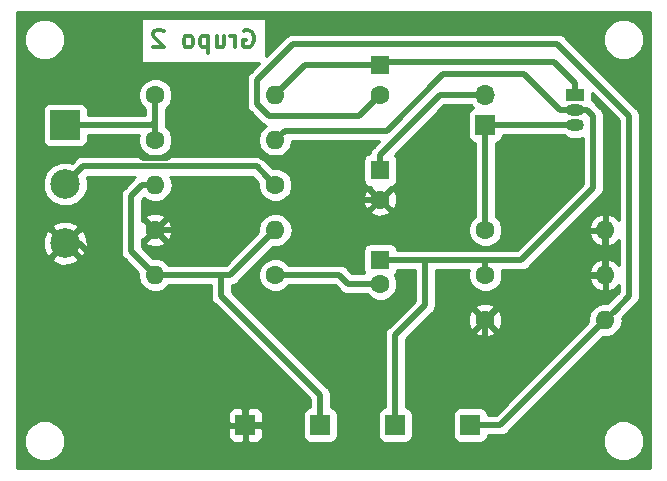
<source format=gbr>
G04 #@! TF.GenerationSoftware,KiCad,Pcbnew,5.0.0-fee4fd1~66~ubuntu18.04.1*
G04 #@! TF.CreationDate,2018-09-26T16:20:30-03:00*
G04 #@! TF.ProjectId,ampliBjt,616D706C69426A742E6B696361645F70,rev?*
G04 #@! TF.SameCoordinates,Original*
G04 #@! TF.FileFunction,Copper,L2,Bot,Signal*
G04 #@! TF.FilePolarity,Positive*
%FSLAX46Y46*%
G04 Gerber Fmt 4.6, Leading zero omitted, Abs format (unit mm)*
G04 Created by KiCad (PCBNEW 5.0.0-fee4fd1~66~ubuntu18.04.1) date Wed Sep 26 16:20:30 2018*
%MOMM*%
%LPD*%
G01*
G04 APERTURE LIST*
G04 #@! TA.AperFunction,NonConductor*
%ADD10C,0.300000*%
G04 #@! TD*
G04 #@! TA.AperFunction,ComponentPad*
%ADD11R,1.600000X1.600000*%
G04 #@! TD*
G04 #@! TA.AperFunction,ComponentPad*
%ADD12C,1.600000*%
G04 #@! TD*
G04 #@! TA.AperFunction,ComponentPad*
%ADD13R,2.500000X2.500000*%
G04 #@! TD*
G04 #@! TA.AperFunction,ComponentPad*
%ADD14C,2.500000*%
G04 #@! TD*
G04 #@! TA.AperFunction,ComponentPad*
%ADD15R,1.700000X1.700000*%
G04 #@! TD*
G04 #@! TA.AperFunction,ComponentPad*
%ADD16O,1.700000X1.700000*%
G04 #@! TD*
G04 #@! TA.AperFunction,ComponentPad*
%ADD17O,1.500000X1.050000*%
G04 #@! TD*
G04 #@! TA.AperFunction,ComponentPad*
%ADD18R,1.500000X1.050000*%
G04 #@! TD*
G04 #@! TA.AperFunction,ComponentPad*
%ADD19O,1.600000X1.600000*%
G04 #@! TD*
G04 #@! TA.AperFunction,Conductor*
%ADD20C,0.500000*%
G04 #@! TD*
G04 #@! TA.AperFunction,Conductor*
%ADD21C,0.254000*%
G04 #@! TD*
G04 APERTURE END LIST*
D10*
X126868857Y-87250000D02*
X127011714Y-87178571D01*
X127226000Y-87178571D01*
X127440285Y-87250000D01*
X127583142Y-87392857D01*
X127654571Y-87535714D01*
X127726000Y-87821428D01*
X127726000Y-88035714D01*
X127654571Y-88321428D01*
X127583142Y-88464285D01*
X127440285Y-88607142D01*
X127226000Y-88678571D01*
X127083142Y-88678571D01*
X126868857Y-88607142D01*
X126797428Y-88535714D01*
X126797428Y-88035714D01*
X127083142Y-88035714D01*
X126154571Y-88678571D02*
X126154571Y-87678571D01*
X126154571Y-87964285D02*
X126083142Y-87821428D01*
X126011714Y-87750000D01*
X125868857Y-87678571D01*
X125726000Y-87678571D01*
X124583142Y-87678571D02*
X124583142Y-88678571D01*
X125226000Y-87678571D02*
X125226000Y-88464285D01*
X125154571Y-88607142D01*
X125011714Y-88678571D01*
X124797428Y-88678571D01*
X124654571Y-88607142D01*
X124583142Y-88535714D01*
X123868857Y-87678571D02*
X123868857Y-89178571D01*
X123868857Y-87750000D02*
X123726000Y-87678571D01*
X123440285Y-87678571D01*
X123297428Y-87750000D01*
X123226000Y-87821428D01*
X123154571Y-87964285D01*
X123154571Y-88392857D01*
X123226000Y-88535714D01*
X123297428Y-88607142D01*
X123440285Y-88678571D01*
X123726000Y-88678571D01*
X123868857Y-88607142D01*
X122297428Y-88678571D02*
X122440285Y-88607142D01*
X122511714Y-88535714D01*
X122583142Y-88392857D01*
X122583142Y-87964285D01*
X122511714Y-87821428D01*
X122440285Y-87750000D01*
X122297428Y-87678571D01*
X122083142Y-87678571D01*
X121940285Y-87750000D01*
X121868857Y-87821428D01*
X121797428Y-87964285D01*
X121797428Y-88392857D01*
X121868857Y-88535714D01*
X121940285Y-88607142D01*
X122083142Y-88678571D01*
X122297428Y-88678571D01*
X120083142Y-87321428D02*
X120011714Y-87250000D01*
X119868857Y-87178571D01*
X119511714Y-87178571D01*
X119368857Y-87250000D01*
X119297428Y-87321428D01*
X119226000Y-87464285D01*
X119226000Y-87607142D01*
X119297428Y-87821428D01*
X120154571Y-88678571D01*
X119226000Y-88678571D01*
D11*
G04 #@! TO.P,C1,1*
G04 #@! TO.N,Net-(C1-Pad1)*
X138430000Y-106680000D03*
D12*
G04 #@! TO.P,C1,2*
G04 #@! TO.N,Net-(C1-Pad2)*
X138430000Y-108680000D03*
G04 #@! TD*
D11*
G04 #@! TO.P,C2,1*
G04 #@! TO.N,Net-(C2-Pad1)*
X138430000Y-99060000D03*
D12*
G04 #@! TO.P,C2,2*
G04 #@! TO.N,Earth*
X138430000Y-101560000D03*
G04 #@! TD*
G04 #@! TO.P,C3,2*
G04 #@! TO.N,Net-(C3-Pad2)*
X138430000Y-92670000D03*
D11*
G04 #@! TO.P,C3,1*
G04 #@! TO.N,Net-(C3-Pad1)*
X138430000Y-90170000D03*
G04 #@! TD*
D13*
G04 #@! TO.P,J1,1*
G04 #@! TO.N,VCC*
X111760000Y-95250000D03*
D14*
G04 #@! TO.P,J1,2*
G04 #@! TO.N,AC*
X111760000Y-100250000D03*
G04 #@! TO.P,J1,3*
G04 #@! TO.N,Earth*
X111760000Y-105250000D03*
G04 #@! TD*
D15*
G04 #@! TO.P,JP1,1*
G04 #@! TO.N,Net-(JP1-Pad1)*
X147320000Y-95250000D03*
D16*
G04 #@! TO.P,JP1,2*
G04 #@! TO.N,Net-(C2-Pad1)*
X147320000Y-92710000D03*
G04 #@! TD*
D17*
G04 #@! TO.P,Q1,2*
G04 #@! TO.N,Net-(C1-Pad1)*
X154940000Y-93980000D03*
G04 #@! TO.P,Q1,3*
G04 #@! TO.N,Net-(JP1-Pad1)*
X154940000Y-95250000D03*
D18*
G04 #@! TO.P,Q1,1*
G04 #@! TO.N,Net-(C3-Pad1)*
X154940000Y-92710000D03*
G04 #@! TD*
D12*
G04 #@! TO.P,R1,1*
G04 #@! TO.N,AC*
X129540000Y-100330000D03*
D19*
G04 #@! TO.P,R1,2*
G04 #@! TO.N,Net-(R1-Pad2)*
X119380000Y-100330000D03*
G04 #@! TD*
G04 #@! TO.P,R2,2*
G04 #@! TO.N,Net-(R1-Pad2)*
X129540000Y-104140000D03*
D12*
G04 #@! TO.P,R2,1*
G04 #@! TO.N,Earth*
X119380000Y-104140000D03*
G04 #@! TD*
G04 #@! TO.P,R3,1*
G04 #@! TO.N,Net-(C1-Pad2)*
X129540000Y-107950000D03*
D19*
G04 #@! TO.P,R3,2*
G04 #@! TO.N,Net-(R1-Pad2)*
X119380000Y-107950000D03*
G04 #@! TD*
D12*
G04 #@! TO.P,R4,1*
G04 #@! TO.N,VCC*
X119380000Y-96520000D03*
D19*
G04 #@! TO.P,R4,2*
G04 #@! TO.N,Net-(C1-Pad1)*
X129540000Y-96520000D03*
G04 #@! TD*
G04 #@! TO.P,R5,2*
G04 #@! TO.N,Earth*
X157480000Y-107950000D03*
D12*
G04 #@! TO.P,R5,1*
G04 #@! TO.N,Net-(C1-Pad1)*
X147320000Y-107950000D03*
G04 #@! TD*
D19*
G04 #@! TO.P,R6,2*
G04 #@! TO.N,Net-(C3-Pad1)*
X129540000Y-92710000D03*
D12*
G04 #@! TO.P,R6,1*
G04 #@! TO.N,VCC*
X119380000Y-92710000D03*
G04 #@! TD*
D19*
G04 #@! TO.P,R7,2*
G04 #@! TO.N,Earth*
X157480000Y-104140000D03*
D12*
G04 #@! TO.P,R7,1*
G04 #@! TO.N,Net-(JP1-Pad1)*
X147320000Y-104140000D03*
G04 #@! TD*
G04 #@! TO.P,R8,1*
G04 #@! TO.N,Earth*
X147320000Y-111760000D03*
D19*
G04 #@! TO.P,R8,2*
G04 #@! TO.N,Net-(C3-Pad2)*
X157480000Y-111760000D03*
G04 #@! TD*
D15*
G04 #@! TO.P,TP1,1*
G04 #@! TO.N,Net-(R1-Pad2)*
X133350000Y-120650000D03*
G04 #@! TD*
G04 #@! TO.P,TP2,1*
G04 #@! TO.N,Net-(C1-Pad1)*
X139700000Y-120650000D03*
G04 #@! TD*
G04 #@! TO.P,TP3,1*
G04 #@! TO.N,Net-(C3-Pad2)*
X146050000Y-120650000D03*
G04 #@! TD*
G04 #@! TO.P,TP4,1*
G04 #@! TO.N,Earth*
X127000000Y-120650000D03*
G04 #@! TD*
D20*
G04 #@! TO.N,Net-(C1-Pad1)*
X138430000Y-106680000D02*
X142000000Y-106680000D01*
X142000000Y-106680000D02*
X146050000Y-106680000D01*
X155956000Y-93980000D02*
X154940000Y-93980000D01*
X156464000Y-94488000D02*
X155956000Y-93980000D01*
X156464000Y-100584000D02*
X156464000Y-94488000D01*
X148590000Y-106680000D02*
X150368000Y-106680000D01*
X150368000Y-106680000D02*
X156464000Y-100584000D01*
X146050000Y-106680000D02*
X147320000Y-106680000D01*
X147320000Y-106680000D02*
X148590000Y-106680000D01*
X147320000Y-107950000D02*
X147320000Y-106680000D01*
X143764000Y-90932000D02*
X150642000Y-90932000D01*
X150642000Y-90932000D02*
X153690000Y-93980000D01*
X138975999Y-95720001D02*
X143764000Y-90932000D01*
X129540000Y-96520000D02*
X130339999Y-95720001D01*
X153690000Y-93980000D02*
X154940000Y-93980000D01*
X130339999Y-95720001D02*
X138975999Y-95720001D01*
X142240000Y-106680000D02*
X142000000Y-106680000D01*
X139700000Y-120650000D02*
X139700000Y-113030000D01*
X142240000Y-110490000D02*
X142240000Y-106680000D01*
X139700000Y-113030000D02*
X142240000Y-110490000D01*
G04 #@! TO.N,Net-(C1-Pad2)*
X129540000Y-107950000D02*
X134950000Y-107950000D01*
X135680000Y-108680000D02*
X138430000Y-108680000D01*
X134950000Y-107950000D02*
X135680000Y-108680000D01*
G04 #@! TO.N,Net-(C2-Pad1)*
X146117919Y-92710000D02*
X147320000Y-92710000D01*
X143480000Y-92710000D02*
X146117919Y-92710000D01*
X138430000Y-97760000D02*
X143480000Y-92710000D01*
X138430000Y-99060000D02*
X138430000Y-97760000D01*
G04 #@! TO.N,Earth*
X157480000Y-107950000D02*
X157480000Y-104140000D01*
X151130000Y-107950000D02*
X157480000Y-107950000D01*
X147320000Y-111760000D02*
X151130000Y-107950000D01*
X127000000Y-119300000D02*
X112950000Y-105250000D01*
X112950000Y-105250000D02*
X111760000Y-105250000D01*
X127000000Y-120650000D02*
X127000000Y-119300000D01*
X128350000Y-120650000D02*
X127000000Y-120650000D01*
X130636000Y-122936000D02*
X128350000Y-120650000D01*
X140716000Y-122936000D02*
X130636000Y-122936000D01*
X147320000Y-111760000D02*
X147320000Y-116332000D01*
X147320000Y-116332000D02*
X140716000Y-122936000D01*
X126492000Y-104140000D02*
X128524000Y-102108000D01*
X119380000Y-104140000D02*
X126492000Y-104140000D01*
X128524000Y-102108000D02*
X133096000Y-102108000D01*
X133096000Y-102108000D02*
X133604000Y-101600000D01*
X138430000Y-101560000D02*
X135676000Y-101560000D01*
X134700000Y-100584000D02*
X133604000Y-100584000D01*
X135676000Y-101560000D02*
X134700000Y-100584000D01*
X133604000Y-101600000D02*
X133604000Y-100584000D01*
X109728000Y-103218000D02*
X111760000Y-105250000D01*
X118364000Y-98044000D02*
X117856000Y-97536000D01*
X120396000Y-98044000D02*
X118364000Y-98044000D01*
X120904000Y-97536000D02*
X120396000Y-98044000D01*
X128016000Y-97536000D02*
X120904000Y-97536000D01*
X133604000Y-100584000D02*
X133604000Y-99060000D01*
X117856000Y-97536000D02*
X111252000Y-97536000D01*
X132080000Y-97536000D02*
X131064000Y-97536000D01*
X111252000Y-97536000D02*
X109728000Y-99060000D01*
X130556000Y-98044000D02*
X128524000Y-98044000D01*
X109728000Y-99060000D02*
X109728000Y-103218000D01*
X133604000Y-99060000D02*
X132080000Y-97536000D01*
X131064000Y-97536000D02*
X130556000Y-98044000D01*
X128524000Y-98044000D02*
X128016000Y-97536000D01*
G04 #@! TO.N,Net-(C3-Pad2)*
X148590000Y-120650000D02*
X157480000Y-111760000D01*
X146050000Y-120650000D02*
X148590000Y-120650000D01*
X158279999Y-110960001D02*
X157480000Y-111760000D01*
X159512000Y-109728000D02*
X158279999Y-110960001D01*
X159512000Y-94488000D02*
X159512000Y-109728000D01*
X153416000Y-88392000D02*
X159512000Y-94488000D01*
X138430000Y-92670000D02*
X136612000Y-94488000D01*
X136612000Y-94488000D02*
X129032000Y-94488000D01*
X129032000Y-94488000D02*
X128016000Y-93472000D01*
X128016000Y-91440000D02*
X131064000Y-88392000D01*
X131064000Y-88392000D02*
X153416000Y-88392000D01*
X128016000Y-93472000D02*
X128016000Y-91440000D01*
G04 #@! TO.N,Net-(C3-Pad1)*
X132080000Y-90170000D02*
X138430000Y-90170000D01*
X129540000Y-92710000D02*
X132080000Y-90170000D01*
X153171000Y-89916000D02*
X154940000Y-91685000D01*
X154940000Y-91685000D02*
X154940000Y-92710000D01*
X138430000Y-90170000D02*
X138684000Y-89916000D01*
X138684000Y-89916000D02*
X153171000Y-89916000D01*
G04 #@! TO.N,VCC*
X119130000Y-95250000D02*
X119380000Y-95000000D01*
X119380000Y-96520000D02*
X119380000Y-95000000D01*
X111760000Y-95250000D02*
X119130000Y-95250000D01*
X119380000Y-95000000D02*
X119380000Y-92710000D01*
G04 #@! TO.N,AC*
X128740001Y-99530001D02*
X129540000Y-100330000D01*
X127954010Y-98744010D02*
X128740001Y-99530001D01*
X113265990Y-98744010D02*
X127954010Y-98744010D01*
X111760000Y-100250000D02*
X113265990Y-98744010D01*
G04 #@! TO.N,Net-(JP1-Pad1)*
X147320000Y-95250000D02*
X147320000Y-104140000D01*
X148670000Y-95250000D02*
X154940000Y-95250000D01*
X147320000Y-95250000D02*
X148670000Y-95250000D01*
G04 #@! TO.N,Net-(R1-Pad2)*
X125730000Y-107950000D02*
X129540000Y-104140000D01*
X118580001Y-107150001D02*
X119380000Y-107950000D01*
X117348000Y-105918000D02*
X118580001Y-107150001D01*
X119380000Y-100330000D02*
X118248630Y-100330000D01*
X117348000Y-101230630D02*
X117348000Y-105918000D01*
X118248630Y-100330000D02*
X117348000Y-101230630D01*
X124968000Y-107950000D02*
X125730000Y-107950000D01*
X124968000Y-107950000D02*
X124968000Y-109728000D01*
X119380000Y-107950000D02*
X124968000Y-107950000D01*
X133350000Y-118110000D02*
X133350000Y-120650000D01*
X124968000Y-109728000D02*
X133350000Y-118110000D01*
G04 #@! TD*
D21*
G04 #@! TO.N,Earth*
G36*
X161290001Y-124290000D02*
X107710000Y-124290000D01*
X107710000Y-121654887D01*
X108265000Y-121654887D01*
X108265000Y-122345113D01*
X108529138Y-122982799D01*
X109017201Y-123470862D01*
X109654887Y-123735000D01*
X110345113Y-123735000D01*
X110982799Y-123470862D01*
X111470862Y-122982799D01*
X111735000Y-122345113D01*
X111735000Y-121654887D01*
X111470862Y-121017201D01*
X111389411Y-120935750D01*
X125515000Y-120935750D01*
X125515000Y-121626310D01*
X125611673Y-121859699D01*
X125790302Y-122038327D01*
X126023691Y-122135000D01*
X126714250Y-122135000D01*
X126873000Y-121976250D01*
X126873000Y-120777000D01*
X127127000Y-120777000D01*
X127127000Y-121976250D01*
X127285750Y-122135000D01*
X127976309Y-122135000D01*
X128209698Y-122038327D01*
X128388327Y-121859699D01*
X128485000Y-121626310D01*
X128485000Y-120935750D01*
X128326250Y-120777000D01*
X127127000Y-120777000D01*
X126873000Y-120777000D01*
X125673750Y-120777000D01*
X125515000Y-120935750D01*
X111389411Y-120935750D01*
X110982799Y-120529138D01*
X110345113Y-120265000D01*
X109654887Y-120265000D01*
X109017201Y-120529138D01*
X108529138Y-121017201D01*
X108265000Y-121654887D01*
X107710000Y-121654887D01*
X107710000Y-119673690D01*
X125515000Y-119673690D01*
X125515000Y-120364250D01*
X125673750Y-120523000D01*
X126873000Y-120523000D01*
X126873000Y-119323750D01*
X127127000Y-119323750D01*
X127127000Y-120523000D01*
X128326250Y-120523000D01*
X128485000Y-120364250D01*
X128485000Y-119673690D01*
X128388327Y-119440301D01*
X128209698Y-119261673D01*
X127976309Y-119165000D01*
X127285750Y-119165000D01*
X127127000Y-119323750D01*
X126873000Y-119323750D01*
X126714250Y-119165000D01*
X126023691Y-119165000D01*
X125790302Y-119261673D01*
X125611673Y-119440301D01*
X125515000Y-119673690D01*
X107710000Y-119673690D01*
X107710000Y-106583320D01*
X110606285Y-106583320D01*
X110735533Y-106876123D01*
X111435806Y-107144388D01*
X112185435Y-107124250D01*
X112784467Y-106876123D01*
X112913715Y-106583320D01*
X111760000Y-105429605D01*
X110606285Y-106583320D01*
X107710000Y-106583320D01*
X107710000Y-104925806D01*
X109865612Y-104925806D01*
X109885750Y-105675435D01*
X110133877Y-106274467D01*
X110426680Y-106403715D01*
X111580395Y-105250000D01*
X111939605Y-105250000D01*
X113093320Y-106403715D01*
X113386123Y-106274467D01*
X113654388Y-105574194D01*
X113634250Y-104824565D01*
X113386123Y-104225533D01*
X113093320Y-104096285D01*
X111939605Y-105250000D01*
X111580395Y-105250000D01*
X110426680Y-104096285D01*
X110133877Y-104225533D01*
X109865612Y-104925806D01*
X107710000Y-104925806D01*
X107710000Y-103916680D01*
X110606285Y-103916680D01*
X111760000Y-105070395D01*
X112913715Y-103916680D01*
X112784467Y-103623877D01*
X112084194Y-103355612D01*
X111334565Y-103375750D01*
X110735533Y-103623877D01*
X110606285Y-103916680D01*
X107710000Y-103916680D01*
X107710000Y-94000000D01*
X109862560Y-94000000D01*
X109862560Y-96500000D01*
X109911843Y-96747765D01*
X110052191Y-96957809D01*
X110262235Y-97098157D01*
X110510000Y-97147440D01*
X113010000Y-97147440D01*
X113257765Y-97098157D01*
X113467809Y-96957809D01*
X113608157Y-96747765D01*
X113657440Y-96500000D01*
X113657440Y-96135000D01*
X117986240Y-96135000D01*
X117945000Y-96234561D01*
X117945000Y-96805439D01*
X118163466Y-97332862D01*
X118567138Y-97736534D01*
X118862821Y-97859010D01*
X113353149Y-97859010D01*
X113265989Y-97841673D01*
X113178829Y-97859010D01*
X113178825Y-97859010D01*
X112920680Y-97910358D01*
X112920678Y-97910359D01*
X112920679Y-97910359D01*
X112701835Y-98056586D01*
X112701834Y-98056587D01*
X112627941Y-98105961D01*
X112578567Y-98179854D01*
X112317717Y-98440704D01*
X112134950Y-98365000D01*
X111385050Y-98365000D01*
X110692233Y-98651974D01*
X110161974Y-99182233D01*
X109875000Y-99875050D01*
X109875000Y-100624950D01*
X110161974Y-101317767D01*
X110692233Y-101848026D01*
X111385050Y-102135000D01*
X112134950Y-102135000D01*
X112827767Y-101848026D01*
X113358026Y-101317767D01*
X113645000Y-100624950D01*
X113645000Y-99875050D01*
X113569296Y-99692283D01*
X113632569Y-99629010D01*
X117704778Y-99629010D01*
X117684475Y-99642576D01*
X117684474Y-99642577D01*
X117610581Y-99691951D01*
X117561207Y-99765844D01*
X116783847Y-100543205D01*
X116709951Y-100592581D01*
X116514348Y-100885321D01*
X116463000Y-101143466D01*
X116463000Y-101143469D01*
X116445663Y-101230630D01*
X116463000Y-101317791D01*
X116463001Y-105830835D01*
X116445663Y-105918000D01*
X116514348Y-106263309D01*
X116660576Y-106482154D01*
X116660578Y-106482156D01*
X116709952Y-106556049D01*
X116783845Y-106605423D01*
X117951983Y-107773562D01*
X117916887Y-107950000D01*
X118028260Y-108509909D01*
X118345423Y-108984577D01*
X118820091Y-109301740D01*
X119238667Y-109385000D01*
X119521333Y-109385000D01*
X119939909Y-109301740D01*
X120414577Y-108984577D01*
X120514521Y-108835000D01*
X124083000Y-108835000D01*
X124083001Y-109640835D01*
X124065663Y-109728000D01*
X124134348Y-110073309D01*
X124280576Y-110292154D01*
X124280577Y-110292155D01*
X124329952Y-110366049D01*
X124403845Y-110415423D01*
X132465000Y-118476579D01*
X132465000Y-119159522D01*
X132252235Y-119201843D01*
X132042191Y-119342191D01*
X131901843Y-119552235D01*
X131852560Y-119800000D01*
X131852560Y-121500000D01*
X131901843Y-121747765D01*
X132042191Y-121957809D01*
X132252235Y-122098157D01*
X132500000Y-122147440D01*
X134200000Y-122147440D01*
X134447765Y-122098157D01*
X134657809Y-121957809D01*
X134798157Y-121747765D01*
X134847440Y-121500000D01*
X134847440Y-119800000D01*
X134798157Y-119552235D01*
X134657809Y-119342191D01*
X134447765Y-119201843D01*
X134235000Y-119159522D01*
X134235000Y-118197159D01*
X134252337Y-118109999D01*
X134235000Y-118022840D01*
X134235000Y-118022835D01*
X134183652Y-117764690D01*
X133988049Y-117471951D01*
X133914156Y-117422578D01*
X125853000Y-109361422D01*
X125853000Y-108827872D01*
X126075310Y-108783652D01*
X126368049Y-108588049D01*
X126417425Y-108514153D01*
X129363562Y-105568017D01*
X129398667Y-105575000D01*
X129681333Y-105575000D01*
X130099909Y-105491740D01*
X130574577Y-105174577D01*
X130891740Y-104699909D01*
X131003113Y-104140000D01*
X130891740Y-103580091D01*
X130574577Y-103105423D01*
X130099909Y-102788260D01*
X129681333Y-102705000D01*
X129398667Y-102705000D01*
X128980091Y-102788260D01*
X128505423Y-103105423D01*
X128188260Y-103580091D01*
X128076887Y-104140000D01*
X128111983Y-104316438D01*
X125363422Y-107065000D01*
X125055164Y-107065000D01*
X124968000Y-107047662D01*
X124880835Y-107065000D01*
X120514521Y-107065000D01*
X120414577Y-106915423D01*
X119939909Y-106598260D01*
X119521333Y-106515000D01*
X119238667Y-106515000D01*
X119203562Y-106521983D01*
X118233000Y-105551422D01*
X118233000Y-105147745D01*
X118551861Y-105147745D01*
X118625995Y-105393864D01*
X119163223Y-105586965D01*
X119733454Y-105559778D01*
X120134005Y-105393864D01*
X120208139Y-105147745D01*
X119380000Y-104319605D01*
X118551861Y-105147745D01*
X118233000Y-105147745D01*
X118233000Y-104926194D01*
X118372255Y-104968139D01*
X119200395Y-104140000D01*
X119559605Y-104140000D01*
X120387745Y-104968139D01*
X120633864Y-104894005D01*
X120826965Y-104356777D01*
X120799778Y-103786546D01*
X120633864Y-103385995D01*
X120387745Y-103311861D01*
X119559605Y-104140000D01*
X119200395Y-104140000D01*
X118372255Y-103311861D01*
X118233000Y-103353806D01*
X118233000Y-103132255D01*
X118551861Y-103132255D01*
X119380000Y-103960395D01*
X120208139Y-103132255D01*
X120134005Y-102886136D01*
X119596777Y-102693035D01*
X119026546Y-102720222D01*
X118625995Y-102886136D01*
X118551861Y-103132255D01*
X118233000Y-103132255D01*
X118233000Y-102567745D01*
X137601861Y-102567745D01*
X137675995Y-102813864D01*
X138213223Y-103006965D01*
X138783454Y-102979778D01*
X139184005Y-102813864D01*
X139258139Y-102567745D01*
X138430000Y-101739605D01*
X137601861Y-102567745D01*
X118233000Y-102567745D01*
X118233000Y-101597208D01*
X118417483Y-101412726D01*
X118820091Y-101681740D01*
X119238667Y-101765000D01*
X119521333Y-101765000D01*
X119939909Y-101681740D01*
X120414577Y-101364577D01*
X120731740Y-100889909D01*
X120843113Y-100330000D01*
X120731740Y-99770091D01*
X120637473Y-99629010D01*
X127587432Y-99629010D01*
X128105000Y-100146579D01*
X128105000Y-100615439D01*
X128323466Y-101142862D01*
X128727138Y-101546534D01*
X129254561Y-101765000D01*
X129825439Y-101765000D01*
X130352862Y-101546534D01*
X130556173Y-101343223D01*
X136983035Y-101343223D01*
X137010222Y-101913454D01*
X137176136Y-102314005D01*
X137422255Y-102388139D01*
X138250395Y-101560000D01*
X138609605Y-101560000D01*
X139437745Y-102388139D01*
X139683864Y-102314005D01*
X139876965Y-101776777D01*
X139849778Y-101206546D01*
X139683864Y-100805995D01*
X139437745Y-100731861D01*
X138609605Y-101560000D01*
X138250395Y-101560000D01*
X137422255Y-100731861D01*
X137176136Y-100805995D01*
X136983035Y-101343223D01*
X130556173Y-101343223D01*
X130756534Y-101142862D01*
X130975000Y-100615439D01*
X130975000Y-100044561D01*
X130756534Y-99517138D01*
X130352862Y-99113466D01*
X129825439Y-98895000D01*
X129356579Y-98895000D01*
X128641435Y-98179857D01*
X128592059Y-98105961D01*
X128299320Y-97910358D01*
X128041175Y-97859010D01*
X128041171Y-97859010D01*
X127954010Y-97841673D01*
X127866849Y-97859010D01*
X119897179Y-97859010D01*
X120192862Y-97736534D01*
X120596534Y-97332862D01*
X120815000Y-96805439D01*
X120815000Y-96234561D01*
X120596534Y-95707138D01*
X120265000Y-95375604D01*
X120265000Y-95087160D01*
X120282337Y-95000001D01*
X120265000Y-94912841D01*
X120265000Y-93854396D01*
X120596534Y-93522862D01*
X120815000Y-92995439D01*
X120815000Y-92424561D01*
X120596534Y-91897138D01*
X120192862Y-91493466D01*
X119665439Y-91275000D01*
X119094561Y-91275000D01*
X118567138Y-91493466D01*
X118163466Y-91897138D01*
X117945000Y-92424561D01*
X117945000Y-92995439D01*
X118163466Y-93522862D01*
X118495001Y-93854397D01*
X118495000Y-94365000D01*
X113657440Y-94365000D01*
X113657440Y-94000000D01*
X113608157Y-93752235D01*
X113467809Y-93542191D01*
X113257765Y-93401843D01*
X113010000Y-93352560D01*
X110510000Y-93352560D01*
X110262235Y-93401843D01*
X110052191Y-93542191D01*
X109911843Y-93752235D01*
X109862560Y-94000000D01*
X107710000Y-94000000D01*
X107710000Y-87654887D01*
X108265000Y-87654887D01*
X108265000Y-88345113D01*
X108529138Y-88982799D01*
X109017201Y-89470862D01*
X109654887Y-89735000D01*
X110345113Y-89735000D01*
X110982799Y-89470862D01*
X111470862Y-88982799D01*
X111735000Y-88345113D01*
X111735000Y-87654887D01*
X111470862Y-87017201D01*
X110982799Y-86529138D01*
X110345113Y-86265000D01*
X109654887Y-86265000D01*
X109017201Y-86529138D01*
X108529138Y-87017201D01*
X108265000Y-87654887D01*
X107710000Y-87654887D01*
X107710000Y-86210000D01*
X118155286Y-86210000D01*
X118155286Y-90030000D01*
X128174422Y-90030000D01*
X127451845Y-90752577D01*
X127377952Y-90801951D01*
X127328578Y-90875844D01*
X127328576Y-90875846D01*
X127182348Y-91094691D01*
X127113663Y-91440000D01*
X127131001Y-91527165D01*
X127131000Y-93384839D01*
X127113663Y-93472000D01*
X127131000Y-93559161D01*
X127131000Y-93559164D01*
X127182348Y-93817309D01*
X127377951Y-94110049D01*
X127451847Y-94159425D01*
X128344577Y-95052156D01*
X128393951Y-95126049D01*
X128467844Y-95175423D01*
X128467845Y-95175424D01*
X128579456Y-95250000D01*
X128686690Y-95321652D01*
X128735880Y-95331436D01*
X128505423Y-95485423D01*
X128188260Y-95960091D01*
X128076887Y-96520000D01*
X128188260Y-97079909D01*
X128505423Y-97554577D01*
X128980091Y-97871740D01*
X129398667Y-97955000D01*
X129681333Y-97955000D01*
X130099909Y-97871740D01*
X130574577Y-97554577D01*
X130891740Y-97079909D01*
X130986205Y-96605001D01*
X138333421Y-96605001D01*
X137865845Y-97072577D01*
X137791952Y-97121951D01*
X137742578Y-97195844D01*
X137742576Y-97195846D01*
X137596348Y-97414691D01*
X137553982Y-97627681D01*
X137382235Y-97661843D01*
X137172191Y-97802191D01*
X137031843Y-98012235D01*
X136982560Y-98260000D01*
X136982560Y-99860000D01*
X137031843Y-100107765D01*
X137172191Y-100317809D01*
X137382235Y-100458157D01*
X137616187Y-100504693D01*
X137601861Y-100552255D01*
X138430000Y-101380395D01*
X139258139Y-100552255D01*
X139243813Y-100504693D01*
X139477765Y-100458157D01*
X139687809Y-100317809D01*
X139828157Y-100107765D01*
X139877440Y-99860000D01*
X139877440Y-98260000D01*
X139828157Y-98012235D01*
X139687809Y-97802191D01*
X139658782Y-97782796D01*
X143846579Y-93595000D01*
X146125344Y-93595000D01*
X146249375Y-93780625D01*
X146267619Y-93792816D01*
X146222235Y-93801843D01*
X146012191Y-93942191D01*
X145871843Y-94152235D01*
X145822560Y-94400000D01*
X145822560Y-96100000D01*
X145871843Y-96347765D01*
X146012191Y-96557809D01*
X146222235Y-96698157D01*
X146435000Y-96740478D01*
X146435001Y-102995603D01*
X146103466Y-103327138D01*
X145885000Y-103854561D01*
X145885000Y-104425439D01*
X146103466Y-104952862D01*
X146507138Y-105356534D01*
X147034561Y-105575000D01*
X147605439Y-105575000D01*
X148132862Y-105356534D01*
X148536534Y-104952862D01*
X148755000Y-104425439D01*
X148755000Y-103854561D01*
X148536534Y-103327138D01*
X148205000Y-102995604D01*
X148205000Y-96740478D01*
X148417765Y-96698157D01*
X148627809Y-96557809D01*
X148768157Y-96347765D01*
X148810478Y-96135000D01*
X153951552Y-96135000D01*
X154262391Y-96342695D01*
X154600754Y-96410000D01*
X155279246Y-96410000D01*
X155579001Y-96350375D01*
X155579000Y-100217421D01*
X150001422Y-105795000D01*
X147407165Y-105795000D01*
X147320000Y-105777662D01*
X147232836Y-105795000D01*
X142327165Y-105795000D01*
X142240000Y-105777662D01*
X142152836Y-105795000D01*
X139860533Y-105795000D01*
X139828157Y-105632235D01*
X139687809Y-105422191D01*
X139477765Y-105281843D01*
X139230000Y-105232560D01*
X137630000Y-105232560D01*
X137382235Y-105281843D01*
X137172191Y-105422191D01*
X137031843Y-105632235D01*
X136982560Y-105880000D01*
X136982560Y-107480000D01*
X137031843Y-107727765D01*
X137076768Y-107795000D01*
X136046579Y-107795000D01*
X135637424Y-107385846D01*
X135588049Y-107311951D01*
X135295310Y-107116348D01*
X135037165Y-107065000D01*
X135037161Y-107065000D01*
X134950000Y-107047663D01*
X134862839Y-107065000D01*
X130684396Y-107065000D01*
X130352862Y-106733466D01*
X129825439Y-106515000D01*
X129254561Y-106515000D01*
X128727138Y-106733466D01*
X128323466Y-107137138D01*
X128105000Y-107664561D01*
X128105000Y-108235439D01*
X128323466Y-108762862D01*
X128727138Y-109166534D01*
X129254561Y-109385000D01*
X129825439Y-109385000D01*
X130352862Y-109166534D01*
X130684396Y-108835000D01*
X134583422Y-108835000D01*
X134992577Y-109244156D01*
X135041951Y-109318049D01*
X135115844Y-109367423D01*
X135115845Y-109367424D01*
X135303576Y-109492862D01*
X135334690Y-109513652D01*
X135592835Y-109565000D01*
X135592839Y-109565000D01*
X135680000Y-109582337D01*
X135767161Y-109565000D01*
X137285604Y-109565000D01*
X137617138Y-109896534D01*
X138144561Y-110115000D01*
X138715439Y-110115000D01*
X139242862Y-109896534D01*
X139646534Y-109492862D01*
X139865000Y-108965439D01*
X139865000Y-108394561D01*
X139678409Y-107944090D01*
X139687809Y-107937809D01*
X139828157Y-107727765D01*
X139860533Y-107565000D01*
X141355001Y-107565000D01*
X141355000Y-110123421D01*
X139135845Y-112342577D01*
X139061952Y-112391951D01*
X139012578Y-112465844D01*
X139012576Y-112465846D01*
X138866348Y-112684691D01*
X138797663Y-113030000D01*
X138815001Y-113117165D01*
X138815000Y-119159522D01*
X138602235Y-119201843D01*
X138392191Y-119342191D01*
X138251843Y-119552235D01*
X138202560Y-119800000D01*
X138202560Y-121500000D01*
X138251843Y-121747765D01*
X138392191Y-121957809D01*
X138602235Y-122098157D01*
X138850000Y-122147440D01*
X140550000Y-122147440D01*
X140797765Y-122098157D01*
X141007809Y-121957809D01*
X141148157Y-121747765D01*
X141197440Y-121500000D01*
X141197440Y-119800000D01*
X141148157Y-119552235D01*
X141007809Y-119342191D01*
X140797765Y-119201843D01*
X140585000Y-119159522D01*
X140585000Y-113396578D01*
X141213833Y-112767745D01*
X146491861Y-112767745D01*
X146565995Y-113013864D01*
X147103223Y-113206965D01*
X147673454Y-113179778D01*
X148074005Y-113013864D01*
X148148139Y-112767745D01*
X147320000Y-111939605D01*
X146491861Y-112767745D01*
X141213833Y-112767745D01*
X142438355Y-111543223D01*
X145873035Y-111543223D01*
X145900222Y-112113454D01*
X146066136Y-112514005D01*
X146312255Y-112588139D01*
X147140395Y-111760000D01*
X147499605Y-111760000D01*
X148327745Y-112588139D01*
X148573864Y-112514005D01*
X148766965Y-111976777D01*
X148739778Y-111406546D01*
X148573864Y-111005995D01*
X148327745Y-110931861D01*
X147499605Y-111760000D01*
X147140395Y-111760000D01*
X146312255Y-110931861D01*
X146066136Y-111005995D01*
X145873035Y-111543223D01*
X142438355Y-111543223D01*
X142804156Y-111177423D01*
X142878049Y-111128049D01*
X142959604Y-111005995D01*
X143073651Y-110835311D01*
X143073652Y-110835310D01*
X143090172Y-110752255D01*
X146491861Y-110752255D01*
X147320000Y-111580395D01*
X148148139Y-110752255D01*
X148074005Y-110506136D01*
X147536777Y-110313035D01*
X146966546Y-110340222D01*
X146565995Y-110506136D01*
X146491861Y-110752255D01*
X143090172Y-110752255D01*
X143125000Y-110577165D01*
X143125000Y-110577161D01*
X143142337Y-110490001D01*
X143125000Y-110402841D01*
X143125000Y-107565000D01*
X145926240Y-107565000D01*
X145885000Y-107664561D01*
X145885000Y-108235439D01*
X146103466Y-108762862D01*
X146507138Y-109166534D01*
X147034561Y-109385000D01*
X147605439Y-109385000D01*
X148132862Y-109166534D01*
X148536534Y-108762862D01*
X148728655Y-108299039D01*
X156088096Y-108299039D01*
X156248959Y-108687423D01*
X156624866Y-109102389D01*
X157130959Y-109341914D01*
X157353000Y-109220629D01*
X157353000Y-108077000D01*
X156210085Y-108077000D01*
X156088096Y-108299039D01*
X148728655Y-108299039D01*
X148755000Y-108235439D01*
X148755000Y-107664561D01*
X148728656Y-107600961D01*
X156088096Y-107600961D01*
X156210085Y-107823000D01*
X157353000Y-107823000D01*
X157353000Y-106679371D01*
X157130959Y-106558086D01*
X156624866Y-106797611D01*
X156248959Y-107212577D01*
X156088096Y-107600961D01*
X148728656Y-107600961D01*
X148713760Y-107565000D01*
X150280839Y-107565000D01*
X150368000Y-107582337D01*
X150455161Y-107565000D01*
X150455165Y-107565000D01*
X150713310Y-107513652D01*
X151006049Y-107318049D01*
X151055425Y-107244153D01*
X153810539Y-104489039D01*
X156088096Y-104489039D01*
X156248959Y-104877423D01*
X156624866Y-105292389D01*
X157130959Y-105531914D01*
X157353000Y-105410629D01*
X157353000Y-104267000D01*
X156210085Y-104267000D01*
X156088096Y-104489039D01*
X153810539Y-104489039D01*
X154508617Y-103790961D01*
X156088096Y-103790961D01*
X156210085Y-104013000D01*
X157353000Y-104013000D01*
X157353000Y-102869371D01*
X157130959Y-102748086D01*
X156624866Y-102987611D01*
X156248959Y-103402577D01*
X156088096Y-103790961D01*
X154508617Y-103790961D01*
X157028156Y-101271423D01*
X157102049Y-101222049D01*
X157154558Y-101143465D01*
X157297652Y-100929310D01*
X157306402Y-100885320D01*
X157349000Y-100671165D01*
X157349000Y-100671161D01*
X157366337Y-100584000D01*
X157349000Y-100496839D01*
X157349000Y-94575159D01*
X157366337Y-94487999D01*
X157349000Y-94400839D01*
X157349000Y-94400835D01*
X157297652Y-94142690D01*
X157102049Y-93849951D01*
X157028153Y-93800575D01*
X156643425Y-93415847D01*
X156594049Y-93341951D01*
X156337440Y-93170489D01*
X156337440Y-92565019D01*
X158627000Y-94854579D01*
X158627001Y-103309804D01*
X158335134Y-102987611D01*
X157829041Y-102748086D01*
X157607000Y-102869371D01*
X157607000Y-104013000D01*
X157627000Y-104013000D01*
X157627000Y-104267000D01*
X157607000Y-104267000D01*
X157607000Y-105410629D01*
X157829041Y-105531914D01*
X158335134Y-105292389D01*
X158627001Y-104970196D01*
X158627001Y-107119805D01*
X158335134Y-106797611D01*
X157829041Y-106558086D01*
X157607000Y-106679371D01*
X157607000Y-107823000D01*
X157627000Y-107823000D01*
X157627000Y-108077000D01*
X157607000Y-108077000D01*
X157607000Y-109220629D01*
X157829041Y-109341914D01*
X158335134Y-109102389D01*
X158627001Y-108780195D01*
X158627001Y-109361420D01*
X157715847Y-110272575D01*
X157715844Y-110272577D01*
X157656438Y-110331983D01*
X157621333Y-110325000D01*
X157338667Y-110325000D01*
X156920091Y-110408260D01*
X156445423Y-110725423D01*
X156128260Y-111200091D01*
X156016887Y-111760000D01*
X156051983Y-111936438D01*
X148223422Y-119765000D01*
X147540478Y-119765000D01*
X147498157Y-119552235D01*
X147357809Y-119342191D01*
X147147765Y-119201843D01*
X146900000Y-119152560D01*
X145200000Y-119152560D01*
X144952235Y-119201843D01*
X144742191Y-119342191D01*
X144601843Y-119552235D01*
X144552560Y-119800000D01*
X144552560Y-121500000D01*
X144601843Y-121747765D01*
X144742191Y-121957809D01*
X144952235Y-122098157D01*
X145200000Y-122147440D01*
X146900000Y-122147440D01*
X147147765Y-122098157D01*
X147357809Y-121957809D01*
X147498157Y-121747765D01*
X147516631Y-121654887D01*
X157265000Y-121654887D01*
X157265000Y-122345113D01*
X157529138Y-122982799D01*
X158017201Y-123470862D01*
X158654887Y-123735000D01*
X159345113Y-123735000D01*
X159982799Y-123470862D01*
X160470862Y-122982799D01*
X160735000Y-122345113D01*
X160735000Y-121654887D01*
X160470862Y-121017201D01*
X159982799Y-120529138D01*
X159345113Y-120265000D01*
X158654887Y-120265000D01*
X158017201Y-120529138D01*
X157529138Y-121017201D01*
X157265000Y-121654887D01*
X147516631Y-121654887D01*
X147540478Y-121535000D01*
X148502839Y-121535000D01*
X148590000Y-121552337D01*
X148677161Y-121535000D01*
X148677165Y-121535000D01*
X148935310Y-121483652D01*
X149228049Y-121288049D01*
X149277425Y-121214153D01*
X157303562Y-113188017D01*
X157338667Y-113195000D01*
X157621333Y-113195000D01*
X158039909Y-113111740D01*
X158514577Y-112794577D01*
X158831740Y-112319909D01*
X158943113Y-111760000D01*
X158908017Y-111583562D01*
X158967423Y-111524156D01*
X158967425Y-111524153D01*
X160076156Y-110415423D01*
X160150049Y-110366049D01*
X160199425Y-110292154D01*
X160345652Y-110073310D01*
X160348764Y-110057664D01*
X160397000Y-109815165D01*
X160397000Y-109815161D01*
X160414337Y-109728000D01*
X160397000Y-109640839D01*
X160397000Y-94575161D01*
X160414337Y-94488000D01*
X160397000Y-94400839D01*
X160397000Y-94400835D01*
X160345652Y-94142690D01*
X160315565Y-94097662D01*
X160199424Y-93923845D01*
X160199423Y-93923844D01*
X160150049Y-93849951D01*
X160076156Y-93800577D01*
X154103425Y-87827847D01*
X154054049Y-87753951D01*
X153905791Y-87654887D01*
X157265000Y-87654887D01*
X157265000Y-88345113D01*
X157529138Y-88982799D01*
X158017201Y-89470862D01*
X158654887Y-89735000D01*
X159345113Y-89735000D01*
X159982799Y-89470862D01*
X160470862Y-88982799D01*
X160735000Y-88345113D01*
X160735000Y-87654887D01*
X160470862Y-87017201D01*
X159982799Y-86529138D01*
X159345113Y-86265000D01*
X158654887Y-86265000D01*
X158017201Y-86529138D01*
X157529138Y-87017201D01*
X157265000Y-87654887D01*
X153905791Y-87654887D01*
X153761310Y-87558348D01*
X153503165Y-87507000D01*
X153503161Y-87507000D01*
X153416000Y-87489663D01*
X153328839Y-87507000D01*
X131151161Y-87507000D01*
X131064000Y-87489663D01*
X130976839Y-87507000D01*
X130976835Y-87507000D01*
X130718690Y-87558348D01*
X130499845Y-87704576D01*
X130499844Y-87704577D01*
X130425951Y-87753951D01*
X130376577Y-87827844D01*
X128796715Y-89407707D01*
X128796715Y-86210000D01*
X118155286Y-86210000D01*
X107710000Y-86210000D01*
X107710000Y-85710000D01*
X161290000Y-85710000D01*
X161290001Y-124290000D01*
X161290001Y-124290000D01*
G37*
X161290001Y-124290000D02*
X107710000Y-124290000D01*
X107710000Y-121654887D01*
X108265000Y-121654887D01*
X108265000Y-122345113D01*
X108529138Y-122982799D01*
X109017201Y-123470862D01*
X109654887Y-123735000D01*
X110345113Y-123735000D01*
X110982799Y-123470862D01*
X111470862Y-122982799D01*
X111735000Y-122345113D01*
X111735000Y-121654887D01*
X111470862Y-121017201D01*
X111389411Y-120935750D01*
X125515000Y-120935750D01*
X125515000Y-121626310D01*
X125611673Y-121859699D01*
X125790302Y-122038327D01*
X126023691Y-122135000D01*
X126714250Y-122135000D01*
X126873000Y-121976250D01*
X126873000Y-120777000D01*
X127127000Y-120777000D01*
X127127000Y-121976250D01*
X127285750Y-122135000D01*
X127976309Y-122135000D01*
X128209698Y-122038327D01*
X128388327Y-121859699D01*
X128485000Y-121626310D01*
X128485000Y-120935750D01*
X128326250Y-120777000D01*
X127127000Y-120777000D01*
X126873000Y-120777000D01*
X125673750Y-120777000D01*
X125515000Y-120935750D01*
X111389411Y-120935750D01*
X110982799Y-120529138D01*
X110345113Y-120265000D01*
X109654887Y-120265000D01*
X109017201Y-120529138D01*
X108529138Y-121017201D01*
X108265000Y-121654887D01*
X107710000Y-121654887D01*
X107710000Y-119673690D01*
X125515000Y-119673690D01*
X125515000Y-120364250D01*
X125673750Y-120523000D01*
X126873000Y-120523000D01*
X126873000Y-119323750D01*
X127127000Y-119323750D01*
X127127000Y-120523000D01*
X128326250Y-120523000D01*
X128485000Y-120364250D01*
X128485000Y-119673690D01*
X128388327Y-119440301D01*
X128209698Y-119261673D01*
X127976309Y-119165000D01*
X127285750Y-119165000D01*
X127127000Y-119323750D01*
X126873000Y-119323750D01*
X126714250Y-119165000D01*
X126023691Y-119165000D01*
X125790302Y-119261673D01*
X125611673Y-119440301D01*
X125515000Y-119673690D01*
X107710000Y-119673690D01*
X107710000Y-106583320D01*
X110606285Y-106583320D01*
X110735533Y-106876123D01*
X111435806Y-107144388D01*
X112185435Y-107124250D01*
X112784467Y-106876123D01*
X112913715Y-106583320D01*
X111760000Y-105429605D01*
X110606285Y-106583320D01*
X107710000Y-106583320D01*
X107710000Y-104925806D01*
X109865612Y-104925806D01*
X109885750Y-105675435D01*
X110133877Y-106274467D01*
X110426680Y-106403715D01*
X111580395Y-105250000D01*
X111939605Y-105250000D01*
X113093320Y-106403715D01*
X113386123Y-106274467D01*
X113654388Y-105574194D01*
X113634250Y-104824565D01*
X113386123Y-104225533D01*
X113093320Y-104096285D01*
X111939605Y-105250000D01*
X111580395Y-105250000D01*
X110426680Y-104096285D01*
X110133877Y-104225533D01*
X109865612Y-104925806D01*
X107710000Y-104925806D01*
X107710000Y-103916680D01*
X110606285Y-103916680D01*
X111760000Y-105070395D01*
X112913715Y-103916680D01*
X112784467Y-103623877D01*
X112084194Y-103355612D01*
X111334565Y-103375750D01*
X110735533Y-103623877D01*
X110606285Y-103916680D01*
X107710000Y-103916680D01*
X107710000Y-94000000D01*
X109862560Y-94000000D01*
X109862560Y-96500000D01*
X109911843Y-96747765D01*
X110052191Y-96957809D01*
X110262235Y-97098157D01*
X110510000Y-97147440D01*
X113010000Y-97147440D01*
X113257765Y-97098157D01*
X113467809Y-96957809D01*
X113608157Y-96747765D01*
X113657440Y-96500000D01*
X113657440Y-96135000D01*
X117986240Y-96135000D01*
X117945000Y-96234561D01*
X117945000Y-96805439D01*
X118163466Y-97332862D01*
X118567138Y-97736534D01*
X118862821Y-97859010D01*
X113353149Y-97859010D01*
X113265989Y-97841673D01*
X113178829Y-97859010D01*
X113178825Y-97859010D01*
X112920680Y-97910358D01*
X112920678Y-97910359D01*
X112920679Y-97910359D01*
X112701835Y-98056586D01*
X112701834Y-98056587D01*
X112627941Y-98105961D01*
X112578567Y-98179854D01*
X112317717Y-98440704D01*
X112134950Y-98365000D01*
X111385050Y-98365000D01*
X110692233Y-98651974D01*
X110161974Y-99182233D01*
X109875000Y-99875050D01*
X109875000Y-100624950D01*
X110161974Y-101317767D01*
X110692233Y-101848026D01*
X111385050Y-102135000D01*
X112134950Y-102135000D01*
X112827767Y-101848026D01*
X113358026Y-101317767D01*
X113645000Y-100624950D01*
X113645000Y-99875050D01*
X113569296Y-99692283D01*
X113632569Y-99629010D01*
X117704778Y-99629010D01*
X117684475Y-99642576D01*
X117684474Y-99642577D01*
X117610581Y-99691951D01*
X117561207Y-99765844D01*
X116783847Y-100543205D01*
X116709951Y-100592581D01*
X116514348Y-100885321D01*
X116463000Y-101143466D01*
X116463000Y-101143469D01*
X116445663Y-101230630D01*
X116463000Y-101317791D01*
X116463001Y-105830835D01*
X116445663Y-105918000D01*
X116514348Y-106263309D01*
X116660576Y-106482154D01*
X116660578Y-106482156D01*
X116709952Y-106556049D01*
X116783845Y-106605423D01*
X117951983Y-107773562D01*
X117916887Y-107950000D01*
X118028260Y-108509909D01*
X118345423Y-108984577D01*
X118820091Y-109301740D01*
X119238667Y-109385000D01*
X119521333Y-109385000D01*
X119939909Y-109301740D01*
X120414577Y-108984577D01*
X120514521Y-108835000D01*
X124083000Y-108835000D01*
X124083001Y-109640835D01*
X124065663Y-109728000D01*
X124134348Y-110073309D01*
X124280576Y-110292154D01*
X124280577Y-110292155D01*
X124329952Y-110366049D01*
X124403845Y-110415423D01*
X132465000Y-118476579D01*
X132465000Y-119159522D01*
X132252235Y-119201843D01*
X132042191Y-119342191D01*
X131901843Y-119552235D01*
X131852560Y-119800000D01*
X131852560Y-121500000D01*
X131901843Y-121747765D01*
X132042191Y-121957809D01*
X132252235Y-122098157D01*
X132500000Y-122147440D01*
X134200000Y-122147440D01*
X134447765Y-122098157D01*
X134657809Y-121957809D01*
X134798157Y-121747765D01*
X134847440Y-121500000D01*
X134847440Y-119800000D01*
X134798157Y-119552235D01*
X134657809Y-119342191D01*
X134447765Y-119201843D01*
X134235000Y-119159522D01*
X134235000Y-118197159D01*
X134252337Y-118109999D01*
X134235000Y-118022840D01*
X134235000Y-118022835D01*
X134183652Y-117764690D01*
X133988049Y-117471951D01*
X133914156Y-117422578D01*
X125853000Y-109361422D01*
X125853000Y-108827872D01*
X126075310Y-108783652D01*
X126368049Y-108588049D01*
X126417425Y-108514153D01*
X129363562Y-105568017D01*
X129398667Y-105575000D01*
X129681333Y-105575000D01*
X130099909Y-105491740D01*
X130574577Y-105174577D01*
X130891740Y-104699909D01*
X131003113Y-104140000D01*
X130891740Y-103580091D01*
X130574577Y-103105423D01*
X130099909Y-102788260D01*
X129681333Y-102705000D01*
X129398667Y-102705000D01*
X128980091Y-102788260D01*
X128505423Y-103105423D01*
X128188260Y-103580091D01*
X128076887Y-104140000D01*
X128111983Y-104316438D01*
X125363422Y-107065000D01*
X125055164Y-107065000D01*
X124968000Y-107047662D01*
X124880835Y-107065000D01*
X120514521Y-107065000D01*
X120414577Y-106915423D01*
X119939909Y-106598260D01*
X119521333Y-106515000D01*
X119238667Y-106515000D01*
X119203562Y-106521983D01*
X118233000Y-105551422D01*
X118233000Y-105147745D01*
X118551861Y-105147745D01*
X118625995Y-105393864D01*
X119163223Y-105586965D01*
X119733454Y-105559778D01*
X120134005Y-105393864D01*
X120208139Y-105147745D01*
X119380000Y-104319605D01*
X118551861Y-105147745D01*
X118233000Y-105147745D01*
X118233000Y-104926194D01*
X118372255Y-104968139D01*
X119200395Y-104140000D01*
X119559605Y-104140000D01*
X120387745Y-104968139D01*
X120633864Y-104894005D01*
X120826965Y-104356777D01*
X120799778Y-103786546D01*
X120633864Y-103385995D01*
X120387745Y-103311861D01*
X119559605Y-104140000D01*
X119200395Y-104140000D01*
X118372255Y-103311861D01*
X118233000Y-103353806D01*
X118233000Y-103132255D01*
X118551861Y-103132255D01*
X119380000Y-103960395D01*
X120208139Y-103132255D01*
X120134005Y-102886136D01*
X119596777Y-102693035D01*
X119026546Y-102720222D01*
X118625995Y-102886136D01*
X118551861Y-103132255D01*
X118233000Y-103132255D01*
X118233000Y-102567745D01*
X137601861Y-102567745D01*
X137675995Y-102813864D01*
X138213223Y-103006965D01*
X138783454Y-102979778D01*
X139184005Y-102813864D01*
X139258139Y-102567745D01*
X138430000Y-101739605D01*
X137601861Y-102567745D01*
X118233000Y-102567745D01*
X118233000Y-101597208D01*
X118417483Y-101412726D01*
X118820091Y-101681740D01*
X119238667Y-101765000D01*
X119521333Y-101765000D01*
X119939909Y-101681740D01*
X120414577Y-101364577D01*
X120731740Y-100889909D01*
X120843113Y-100330000D01*
X120731740Y-99770091D01*
X120637473Y-99629010D01*
X127587432Y-99629010D01*
X128105000Y-100146579D01*
X128105000Y-100615439D01*
X128323466Y-101142862D01*
X128727138Y-101546534D01*
X129254561Y-101765000D01*
X129825439Y-101765000D01*
X130352862Y-101546534D01*
X130556173Y-101343223D01*
X136983035Y-101343223D01*
X137010222Y-101913454D01*
X137176136Y-102314005D01*
X137422255Y-102388139D01*
X138250395Y-101560000D01*
X138609605Y-101560000D01*
X139437745Y-102388139D01*
X139683864Y-102314005D01*
X139876965Y-101776777D01*
X139849778Y-101206546D01*
X139683864Y-100805995D01*
X139437745Y-100731861D01*
X138609605Y-101560000D01*
X138250395Y-101560000D01*
X137422255Y-100731861D01*
X137176136Y-100805995D01*
X136983035Y-101343223D01*
X130556173Y-101343223D01*
X130756534Y-101142862D01*
X130975000Y-100615439D01*
X130975000Y-100044561D01*
X130756534Y-99517138D01*
X130352862Y-99113466D01*
X129825439Y-98895000D01*
X129356579Y-98895000D01*
X128641435Y-98179857D01*
X128592059Y-98105961D01*
X128299320Y-97910358D01*
X128041175Y-97859010D01*
X128041171Y-97859010D01*
X127954010Y-97841673D01*
X127866849Y-97859010D01*
X119897179Y-97859010D01*
X120192862Y-97736534D01*
X120596534Y-97332862D01*
X120815000Y-96805439D01*
X120815000Y-96234561D01*
X120596534Y-95707138D01*
X120265000Y-95375604D01*
X120265000Y-95087160D01*
X120282337Y-95000001D01*
X120265000Y-94912841D01*
X120265000Y-93854396D01*
X120596534Y-93522862D01*
X120815000Y-92995439D01*
X120815000Y-92424561D01*
X120596534Y-91897138D01*
X120192862Y-91493466D01*
X119665439Y-91275000D01*
X119094561Y-91275000D01*
X118567138Y-91493466D01*
X118163466Y-91897138D01*
X117945000Y-92424561D01*
X117945000Y-92995439D01*
X118163466Y-93522862D01*
X118495001Y-93854397D01*
X118495000Y-94365000D01*
X113657440Y-94365000D01*
X113657440Y-94000000D01*
X113608157Y-93752235D01*
X113467809Y-93542191D01*
X113257765Y-93401843D01*
X113010000Y-93352560D01*
X110510000Y-93352560D01*
X110262235Y-93401843D01*
X110052191Y-93542191D01*
X109911843Y-93752235D01*
X109862560Y-94000000D01*
X107710000Y-94000000D01*
X107710000Y-87654887D01*
X108265000Y-87654887D01*
X108265000Y-88345113D01*
X108529138Y-88982799D01*
X109017201Y-89470862D01*
X109654887Y-89735000D01*
X110345113Y-89735000D01*
X110982799Y-89470862D01*
X111470862Y-88982799D01*
X111735000Y-88345113D01*
X111735000Y-87654887D01*
X111470862Y-87017201D01*
X110982799Y-86529138D01*
X110345113Y-86265000D01*
X109654887Y-86265000D01*
X109017201Y-86529138D01*
X108529138Y-87017201D01*
X108265000Y-87654887D01*
X107710000Y-87654887D01*
X107710000Y-86210000D01*
X118155286Y-86210000D01*
X118155286Y-90030000D01*
X128174422Y-90030000D01*
X127451845Y-90752577D01*
X127377952Y-90801951D01*
X127328578Y-90875844D01*
X127328576Y-90875846D01*
X127182348Y-91094691D01*
X127113663Y-91440000D01*
X127131001Y-91527165D01*
X127131000Y-93384839D01*
X127113663Y-93472000D01*
X127131000Y-93559161D01*
X127131000Y-93559164D01*
X127182348Y-93817309D01*
X127377951Y-94110049D01*
X127451847Y-94159425D01*
X128344577Y-95052156D01*
X128393951Y-95126049D01*
X128467844Y-95175423D01*
X128467845Y-95175424D01*
X128579456Y-95250000D01*
X128686690Y-95321652D01*
X128735880Y-95331436D01*
X128505423Y-95485423D01*
X128188260Y-95960091D01*
X128076887Y-96520000D01*
X128188260Y-97079909D01*
X128505423Y-97554577D01*
X128980091Y-97871740D01*
X129398667Y-97955000D01*
X129681333Y-97955000D01*
X130099909Y-97871740D01*
X130574577Y-97554577D01*
X130891740Y-97079909D01*
X130986205Y-96605001D01*
X138333421Y-96605001D01*
X137865845Y-97072577D01*
X137791952Y-97121951D01*
X137742578Y-97195844D01*
X137742576Y-97195846D01*
X137596348Y-97414691D01*
X137553982Y-97627681D01*
X137382235Y-97661843D01*
X137172191Y-97802191D01*
X137031843Y-98012235D01*
X136982560Y-98260000D01*
X136982560Y-99860000D01*
X137031843Y-100107765D01*
X137172191Y-100317809D01*
X137382235Y-100458157D01*
X137616187Y-100504693D01*
X137601861Y-100552255D01*
X138430000Y-101380395D01*
X139258139Y-100552255D01*
X139243813Y-100504693D01*
X139477765Y-100458157D01*
X139687809Y-100317809D01*
X139828157Y-100107765D01*
X139877440Y-99860000D01*
X139877440Y-98260000D01*
X139828157Y-98012235D01*
X139687809Y-97802191D01*
X139658782Y-97782796D01*
X143846579Y-93595000D01*
X146125344Y-93595000D01*
X146249375Y-93780625D01*
X146267619Y-93792816D01*
X146222235Y-93801843D01*
X146012191Y-93942191D01*
X145871843Y-94152235D01*
X145822560Y-94400000D01*
X145822560Y-96100000D01*
X145871843Y-96347765D01*
X146012191Y-96557809D01*
X146222235Y-96698157D01*
X146435000Y-96740478D01*
X146435001Y-102995603D01*
X146103466Y-103327138D01*
X145885000Y-103854561D01*
X145885000Y-104425439D01*
X146103466Y-104952862D01*
X146507138Y-105356534D01*
X147034561Y-105575000D01*
X147605439Y-105575000D01*
X148132862Y-105356534D01*
X148536534Y-104952862D01*
X148755000Y-104425439D01*
X148755000Y-103854561D01*
X148536534Y-103327138D01*
X148205000Y-102995604D01*
X148205000Y-96740478D01*
X148417765Y-96698157D01*
X148627809Y-96557809D01*
X148768157Y-96347765D01*
X148810478Y-96135000D01*
X153951552Y-96135000D01*
X154262391Y-96342695D01*
X154600754Y-96410000D01*
X155279246Y-96410000D01*
X155579001Y-96350375D01*
X155579000Y-100217421D01*
X150001422Y-105795000D01*
X147407165Y-105795000D01*
X147320000Y-105777662D01*
X147232836Y-105795000D01*
X142327165Y-105795000D01*
X142240000Y-105777662D01*
X142152836Y-105795000D01*
X139860533Y-105795000D01*
X139828157Y-105632235D01*
X139687809Y-105422191D01*
X139477765Y-105281843D01*
X139230000Y-105232560D01*
X137630000Y-105232560D01*
X137382235Y-105281843D01*
X137172191Y-105422191D01*
X137031843Y-105632235D01*
X136982560Y-105880000D01*
X136982560Y-107480000D01*
X137031843Y-107727765D01*
X137076768Y-107795000D01*
X136046579Y-107795000D01*
X135637424Y-107385846D01*
X135588049Y-107311951D01*
X135295310Y-107116348D01*
X135037165Y-107065000D01*
X135037161Y-107065000D01*
X134950000Y-107047663D01*
X134862839Y-107065000D01*
X130684396Y-107065000D01*
X130352862Y-106733466D01*
X129825439Y-106515000D01*
X129254561Y-106515000D01*
X128727138Y-106733466D01*
X128323466Y-107137138D01*
X128105000Y-107664561D01*
X128105000Y-108235439D01*
X128323466Y-108762862D01*
X128727138Y-109166534D01*
X129254561Y-109385000D01*
X129825439Y-109385000D01*
X130352862Y-109166534D01*
X130684396Y-108835000D01*
X134583422Y-108835000D01*
X134992577Y-109244156D01*
X135041951Y-109318049D01*
X135115844Y-109367423D01*
X135115845Y-109367424D01*
X135303576Y-109492862D01*
X135334690Y-109513652D01*
X135592835Y-109565000D01*
X135592839Y-109565000D01*
X135680000Y-109582337D01*
X135767161Y-109565000D01*
X137285604Y-109565000D01*
X137617138Y-109896534D01*
X138144561Y-110115000D01*
X138715439Y-110115000D01*
X139242862Y-109896534D01*
X139646534Y-109492862D01*
X139865000Y-108965439D01*
X139865000Y-108394561D01*
X139678409Y-107944090D01*
X139687809Y-107937809D01*
X139828157Y-107727765D01*
X139860533Y-107565000D01*
X141355001Y-107565000D01*
X141355000Y-110123421D01*
X139135845Y-112342577D01*
X139061952Y-112391951D01*
X139012578Y-112465844D01*
X139012576Y-112465846D01*
X138866348Y-112684691D01*
X138797663Y-113030000D01*
X138815001Y-113117165D01*
X138815000Y-119159522D01*
X138602235Y-119201843D01*
X138392191Y-119342191D01*
X138251843Y-119552235D01*
X138202560Y-119800000D01*
X138202560Y-121500000D01*
X138251843Y-121747765D01*
X138392191Y-121957809D01*
X138602235Y-122098157D01*
X138850000Y-122147440D01*
X140550000Y-122147440D01*
X140797765Y-122098157D01*
X141007809Y-121957809D01*
X141148157Y-121747765D01*
X141197440Y-121500000D01*
X141197440Y-119800000D01*
X141148157Y-119552235D01*
X141007809Y-119342191D01*
X140797765Y-119201843D01*
X140585000Y-119159522D01*
X140585000Y-113396578D01*
X141213833Y-112767745D01*
X146491861Y-112767745D01*
X146565995Y-113013864D01*
X147103223Y-113206965D01*
X147673454Y-113179778D01*
X148074005Y-113013864D01*
X148148139Y-112767745D01*
X147320000Y-111939605D01*
X146491861Y-112767745D01*
X141213833Y-112767745D01*
X142438355Y-111543223D01*
X145873035Y-111543223D01*
X145900222Y-112113454D01*
X146066136Y-112514005D01*
X146312255Y-112588139D01*
X147140395Y-111760000D01*
X147499605Y-111760000D01*
X148327745Y-112588139D01*
X148573864Y-112514005D01*
X148766965Y-111976777D01*
X148739778Y-111406546D01*
X148573864Y-111005995D01*
X148327745Y-110931861D01*
X147499605Y-111760000D01*
X147140395Y-111760000D01*
X146312255Y-110931861D01*
X146066136Y-111005995D01*
X145873035Y-111543223D01*
X142438355Y-111543223D01*
X142804156Y-111177423D01*
X142878049Y-111128049D01*
X142959604Y-111005995D01*
X143073651Y-110835311D01*
X143073652Y-110835310D01*
X143090172Y-110752255D01*
X146491861Y-110752255D01*
X147320000Y-111580395D01*
X148148139Y-110752255D01*
X148074005Y-110506136D01*
X147536777Y-110313035D01*
X146966546Y-110340222D01*
X146565995Y-110506136D01*
X146491861Y-110752255D01*
X143090172Y-110752255D01*
X143125000Y-110577165D01*
X143125000Y-110577161D01*
X143142337Y-110490001D01*
X143125000Y-110402841D01*
X143125000Y-107565000D01*
X145926240Y-107565000D01*
X145885000Y-107664561D01*
X145885000Y-108235439D01*
X146103466Y-108762862D01*
X146507138Y-109166534D01*
X147034561Y-109385000D01*
X147605439Y-109385000D01*
X148132862Y-109166534D01*
X148536534Y-108762862D01*
X148728655Y-108299039D01*
X156088096Y-108299039D01*
X156248959Y-108687423D01*
X156624866Y-109102389D01*
X157130959Y-109341914D01*
X157353000Y-109220629D01*
X157353000Y-108077000D01*
X156210085Y-108077000D01*
X156088096Y-108299039D01*
X148728655Y-108299039D01*
X148755000Y-108235439D01*
X148755000Y-107664561D01*
X148728656Y-107600961D01*
X156088096Y-107600961D01*
X156210085Y-107823000D01*
X157353000Y-107823000D01*
X157353000Y-106679371D01*
X157130959Y-106558086D01*
X156624866Y-106797611D01*
X156248959Y-107212577D01*
X156088096Y-107600961D01*
X148728656Y-107600961D01*
X148713760Y-107565000D01*
X150280839Y-107565000D01*
X150368000Y-107582337D01*
X150455161Y-107565000D01*
X150455165Y-107565000D01*
X150713310Y-107513652D01*
X151006049Y-107318049D01*
X151055425Y-107244153D01*
X153810539Y-104489039D01*
X156088096Y-104489039D01*
X156248959Y-104877423D01*
X156624866Y-105292389D01*
X157130959Y-105531914D01*
X157353000Y-105410629D01*
X157353000Y-104267000D01*
X156210085Y-104267000D01*
X156088096Y-104489039D01*
X153810539Y-104489039D01*
X154508617Y-103790961D01*
X156088096Y-103790961D01*
X156210085Y-104013000D01*
X157353000Y-104013000D01*
X157353000Y-102869371D01*
X157130959Y-102748086D01*
X156624866Y-102987611D01*
X156248959Y-103402577D01*
X156088096Y-103790961D01*
X154508617Y-103790961D01*
X157028156Y-101271423D01*
X157102049Y-101222049D01*
X157154558Y-101143465D01*
X157297652Y-100929310D01*
X157306402Y-100885320D01*
X157349000Y-100671165D01*
X157349000Y-100671161D01*
X157366337Y-100584000D01*
X157349000Y-100496839D01*
X157349000Y-94575159D01*
X157366337Y-94487999D01*
X157349000Y-94400839D01*
X157349000Y-94400835D01*
X157297652Y-94142690D01*
X157102049Y-93849951D01*
X157028153Y-93800575D01*
X156643425Y-93415847D01*
X156594049Y-93341951D01*
X156337440Y-93170489D01*
X156337440Y-92565019D01*
X158627000Y-94854579D01*
X158627001Y-103309804D01*
X158335134Y-102987611D01*
X157829041Y-102748086D01*
X157607000Y-102869371D01*
X157607000Y-104013000D01*
X157627000Y-104013000D01*
X157627000Y-104267000D01*
X157607000Y-104267000D01*
X157607000Y-105410629D01*
X157829041Y-105531914D01*
X158335134Y-105292389D01*
X158627001Y-104970196D01*
X158627001Y-107119805D01*
X158335134Y-106797611D01*
X157829041Y-106558086D01*
X157607000Y-106679371D01*
X157607000Y-107823000D01*
X157627000Y-107823000D01*
X157627000Y-108077000D01*
X157607000Y-108077000D01*
X157607000Y-109220629D01*
X157829041Y-109341914D01*
X158335134Y-109102389D01*
X158627001Y-108780195D01*
X158627001Y-109361420D01*
X157715847Y-110272575D01*
X157715844Y-110272577D01*
X157656438Y-110331983D01*
X157621333Y-110325000D01*
X157338667Y-110325000D01*
X156920091Y-110408260D01*
X156445423Y-110725423D01*
X156128260Y-111200091D01*
X156016887Y-111760000D01*
X156051983Y-111936438D01*
X148223422Y-119765000D01*
X147540478Y-119765000D01*
X147498157Y-119552235D01*
X147357809Y-119342191D01*
X147147765Y-119201843D01*
X146900000Y-119152560D01*
X145200000Y-119152560D01*
X144952235Y-119201843D01*
X144742191Y-119342191D01*
X144601843Y-119552235D01*
X144552560Y-119800000D01*
X144552560Y-121500000D01*
X144601843Y-121747765D01*
X144742191Y-121957809D01*
X144952235Y-122098157D01*
X145200000Y-122147440D01*
X146900000Y-122147440D01*
X147147765Y-122098157D01*
X147357809Y-121957809D01*
X147498157Y-121747765D01*
X147516631Y-121654887D01*
X157265000Y-121654887D01*
X157265000Y-122345113D01*
X157529138Y-122982799D01*
X158017201Y-123470862D01*
X158654887Y-123735000D01*
X159345113Y-123735000D01*
X159982799Y-123470862D01*
X160470862Y-122982799D01*
X160735000Y-122345113D01*
X160735000Y-121654887D01*
X160470862Y-121017201D01*
X159982799Y-120529138D01*
X159345113Y-120265000D01*
X158654887Y-120265000D01*
X158017201Y-120529138D01*
X157529138Y-121017201D01*
X157265000Y-121654887D01*
X147516631Y-121654887D01*
X147540478Y-121535000D01*
X148502839Y-121535000D01*
X148590000Y-121552337D01*
X148677161Y-121535000D01*
X148677165Y-121535000D01*
X148935310Y-121483652D01*
X149228049Y-121288049D01*
X149277425Y-121214153D01*
X157303562Y-113188017D01*
X157338667Y-113195000D01*
X157621333Y-113195000D01*
X158039909Y-113111740D01*
X158514577Y-112794577D01*
X158831740Y-112319909D01*
X158943113Y-111760000D01*
X158908017Y-111583562D01*
X158967423Y-111524156D01*
X158967425Y-111524153D01*
X160076156Y-110415423D01*
X160150049Y-110366049D01*
X160199425Y-110292154D01*
X160345652Y-110073310D01*
X160348764Y-110057664D01*
X160397000Y-109815165D01*
X160397000Y-109815161D01*
X160414337Y-109728000D01*
X160397000Y-109640839D01*
X160397000Y-94575161D01*
X160414337Y-94488000D01*
X160397000Y-94400839D01*
X160397000Y-94400835D01*
X160345652Y-94142690D01*
X160315565Y-94097662D01*
X160199424Y-93923845D01*
X160199423Y-93923844D01*
X160150049Y-93849951D01*
X160076156Y-93800577D01*
X154103425Y-87827847D01*
X154054049Y-87753951D01*
X153905791Y-87654887D01*
X157265000Y-87654887D01*
X157265000Y-88345113D01*
X157529138Y-88982799D01*
X158017201Y-89470862D01*
X158654887Y-89735000D01*
X159345113Y-89735000D01*
X159982799Y-89470862D01*
X160470862Y-88982799D01*
X160735000Y-88345113D01*
X160735000Y-87654887D01*
X160470862Y-87017201D01*
X159982799Y-86529138D01*
X159345113Y-86265000D01*
X158654887Y-86265000D01*
X158017201Y-86529138D01*
X157529138Y-87017201D01*
X157265000Y-87654887D01*
X153905791Y-87654887D01*
X153761310Y-87558348D01*
X153503165Y-87507000D01*
X153503161Y-87507000D01*
X153416000Y-87489663D01*
X153328839Y-87507000D01*
X131151161Y-87507000D01*
X131064000Y-87489663D01*
X130976839Y-87507000D01*
X130976835Y-87507000D01*
X130718690Y-87558348D01*
X130499845Y-87704576D01*
X130499844Y-87704577D01*
X130425951Y-87753951D01*
X130376577Y-87827844D01*
X128796715Y-89407707D01*
X128796715Y-86210000D01*
X118155286Y-86210000D01*
X107710000Y-86210000D01*
X107710000Y-85710000D01*
X161290000Y-85710000D01*
X161290001Y-124290000D01*
G04 #@! TD*
M02*

</source>
